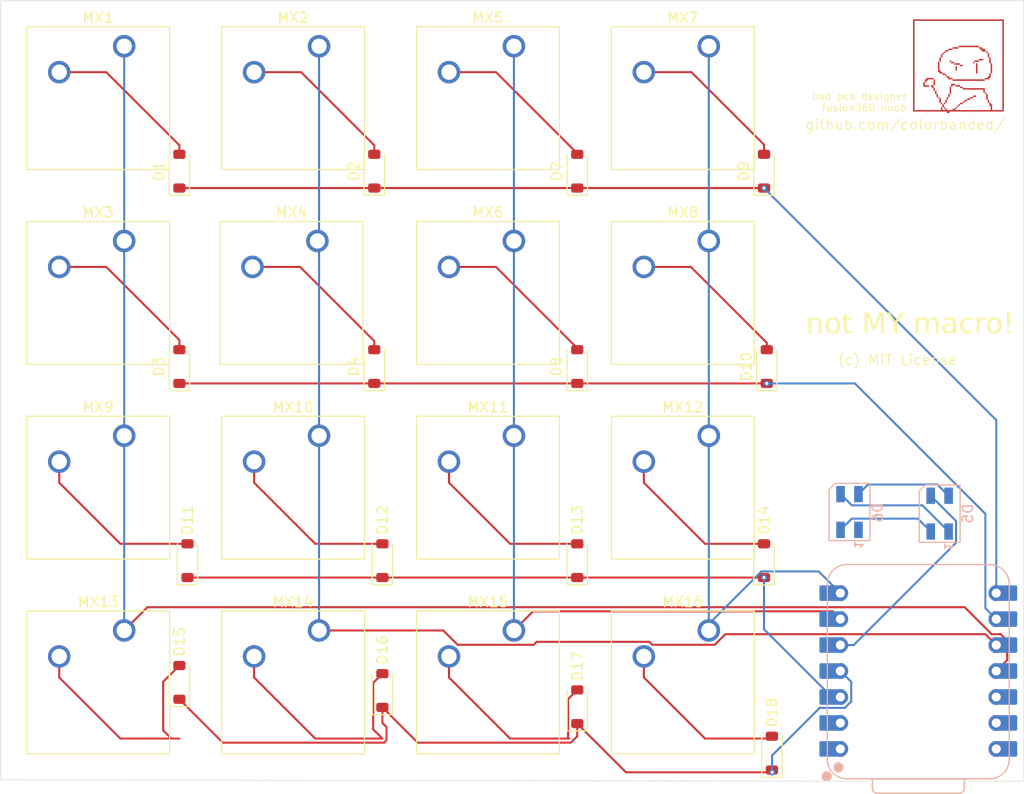
<source format=kicad_pcb>
(kicad_pcb (version 20241229) (generator "pcbnew") (generator_version "9.0")
  (layers (0 "F.Cu" signal) (2 "B.Cu" signal) (13 "F.Paste" user) (15 "B.Paste" user) (5 "F.SilkS" user "F.Silkscreen") (7 "B.SilkS" user "B.Silkscreen") (1 "F.Mask" user) (3 "B.Mask" user) (25 "Edge.Cuts" user))
  (net 0 "")
  (net 1 "GND")
  (net 2 "+5V")
  (net 3 "Net-(D1-A)")
  (net 4 "/ROW0")
  (net 5 "Net-(D2-A)")
  (net 6 "Net-(D3-A)")
  (net 7 "/ROW1")
  (net 8 "Net-(D4-A)")
  (net 9 "/COL0")
  (net 10 "/COL1")
  (net 11 "Net-(D5-VDD)")
  (net 12 "Net-(D5-DOUT)")
  (net 13 "Net-(D5-DIN)")
  (net 14 "Net-(D5-VSS)")
  (net 16 "Net-(D7-A)")
  (net 17 "Net-(D8-A)")
  (net 18 "Net-(D9-A)")
  (net 19 "Net-(D10-A)")
  (net 20 "/COL2")
  (net 21 "/COL3")
  (net 25 "Net-(D11-A)")
  (net 26 "/ROW2")
  (net 27 "Net-(D12-A)")
  (net 28 "Net-(D13-A)")
  (net 29 "Net-(D14-A)")
  (net 30 "/ROW3")
  (net 31 "Net-(D15-A)")
  (net 32 "Net-(D16-A)")
  (net 33 "Net-(D17-A)")
  (net 34 "Net-(D18-A)")
  (footprint "Button_Switch_Keyboard:SW_Cherry_MX_1.00u_PCB" (layer "F.Cu") (at 100.965 36.195)
    (property "Reference" "MX7")
    (property "Value" "MX-NoLED")
  )
  (footprint "Button_Switch_Keyboard:SW_Cherry_MX_1.00u_PCB" (layer "F.Cu") (at 81.915 93.345)
    (property "Reference" "MX15")
    (property "Value" "MX-NoLED")
  )
  (footprint "Diode_SMD:D_SOD-123" (layer "F.Cu") (at 88.10625 48.41875 90)
    (property "Reference" "D7")
    (property "Value" "D_Small")
  )
  (footprint "Button_Switch_Keyboard:SW_Cherry_MX_1.00u_PCB" (layer "F.Cu") (at 43.815 74.295)
    (property "Reference" "MX9")
    (property "Value" "MX-NoLED")
  )
  (footprint "Button_Switch_Keyboard:SW_Cherry_MX_1.00u_PCB" (layer "F.Cu") (at 81.915 36.195)
    (property "Reference" "MX5")
    (property "Value" "MX-NoLED")
  )
  (footprint "Diode_SMD:D_SOD-123" (layer "F.Cu") (at 69.05625 86.51875 90)
    (property "Reference" "D12")
    (property "Value" "D_Small")
  )
  (footprint "Diode_SMD:D_SOD-123" (layer "F.Cu") (at 107.13473 105.342442 90)
    (property "Reference" "D18")
    (property "Value" "D_Small")
  )
  (footprint "Diode_SMD:D_SOD-123" (layer "F.Cu") (at 49.2125 67.53125 90)
    (property "Reference" "D3")
    (property "Value" "D_Small")
  )
  (footprint "Diode_SMD:D_SOD-123" (layer "F.Cu") (at 88.10625 67.53125 90)
    (property "Reference" "D8")
    (property "Value" "D_Small")
  )
  (footprint "Diode_SMD:D_SOD-123" (layer "F.Cu") (at 106.63125 67.53125 90)
    (property "Reference" "D10")
    (property "Value" "D_Small")
  )
  (footprint "Button_Switch_Keyboard:SW_Cherry_MX_1.00u_PCB" (layer "F.Cu") (at 81.915 55.245)
    (property "Reference" "MX6")
    (property "Value" "MX-NoLED")
  )
  (footprint "Button_Switch_Keyboard:SW_Cherry_MX_1.00u_PCB" (layer "F.Cu") (at 43.815 55.245)
    (property "Reference" "MX3")
    (property "Value" "MX-NoLED")
  )
  (footprint "Button_Switch_Keyboard:SW_Cherry_MX_1.00u_PCB" (layer "F.Cu") (at 43.815 36.195)
    (property "Reference" "MX1")
    (property "Value" "MX-NoLED")
  )
  (footprint "Diode_SMD:D_SOD-123" (layer "F.Cu") (at 50.00625 86.51875 90)
    (property "Reference" "D11")
    (property "Value" "D_Small")
  )
  (footprint "Button_Switch_Keyboard:SW_Cherry_MX_1.00u_PCB" (layer "F.Cu") (at 62.70625 55.245)
    (property "Reference" "MX4")
    (property "Value" "MX-NoLED")
  )
  (footprint "Diode_SMD:D_SOD-123" (layer "F.Cu") (at 106.3625 48.41875 90)
    (property "Reference" "D9")
    (property "Value" "D_Small")
  )
  (footprint "Button_Switch_Keyboard:SW_Cherry_MX_1.00u_PCB" (layer "F.Cu") (at 62.865 36.195)
    (property "Reference" "MX2")
    (property "Value" "MX-NoLED")
  )
  (footprint "Button_Switch_Keyboard:SW_Cherry_MX_1.00u_PCB" (layer "F.Cu") (at 62.865 93.345)
    (property "Reference" "MX14")
    (property "Value" "MX-NoLED")
  )
  (footprint "Button_Switch_Keyboard:SW_Cherry_MX_1.00u_PCB" (layer "F.Cu") (at 81.915 74.295)
    (property "Reference" "MX11")
    (property "Value" "MX-NoLED")
  )
  (footprint "Diode_SMD:D_SOD-123" (layer "F.Cu") (at 49.2125 48.41875 90)
    (property "Reference" "D1")
    (property "Value" "D_Small")
  )
  (footprint "Button_Switch_Keyboard:SW_Cherry_MX_1.00u_PCB" (layer "F.Cu") (at 100.965 74.295)
    (property "Reference" "MX12")
    (property "Value" "MX-NoLED")
  )
  (footprint "Button_Switch_Keyboard:SW_Cherry_MX_1.00u_PCB" (layer "F.Cu") (at 100.965 55.245)
    (property "Reference" "MX8")
    (property "Value" "MX-NoLED")
  )
  (footprint "Diode_SMD:D_SOD-123" (layer "F.Cu") (at 68.2625 48.41875 90)
    (property "Reference" "D2")
    (property "Value" "D_Small")
  )
  (footprint "Diode_SMD:D_SOD-123" (layer "F.Cu") (at 49.2125 98.425 90)
    (property "Reference" "D15")
    (property "Value" "D_Small")
  )
  (footprint "Diode_SMD:D_SOD-123" (layer "F.Cu") (at 88.10625 86.51875 90)
    (property "Reference" "D13")
    (property "Value" "D_Small")
  )
  (footprint "Diode_SMD:D_SOD-123" (layer "F.Cu") (at 68.2625 67.53125 90)
    (property "Reference" "D4")
    (property "Value" "D_Small")
  )
  (footprint "Diode_SMD:D_SOD-123" (layer "F.Cu") (at 88.10625 100.80625 90)
    (property "Reference" "D17")
    (property "Value" "D_Small")
  )
  (footprint "Diode_SMD:D_SOD-123" (layer "F.Cu") (at 106.3625 86.51875 90)
    (property "Reference" "D14")
    (property "Value" "D_Small")
  )
  (footprint "LOGO" (layer "F.Cu") (at 125.4125 38.1)
    (property "Reference" "G***" (hide yes))
    (property "Value" "LOGO" (hide yes))
  )
  (footprint "Button_Switch_Keyboard:SW_Cherry_MX_1.00u_PCB" (layer "F.Cu") (at 43.815 93.345)
    (property "Reference" "MX13")
    (property "Value" "MX-NoLED")
  )
  (footprint "Button_Switch_Keyboard:SW_Cherry_MX_1.00u_PCB" (layer "F.Cu") (at 100.965 93.345)
    (property "Reference" "MX16")
    (property "Value" "MX-NoLED")
  )
  (footprint "Button_Switch_Keyboard:SW_Cherry_MX_1.00u_PCB" (layer "F.Cu") (at 62.865 74.295)
    (property "Reference" "MX10")
    (property "Value" "MX-NoLED")
  )
  (footprint "Diode_SMD:D_SOD-123" (layer "F.Cu") (at 69.05625 99.21875 90)
    (property "Reference" "D16")
    (property "Value" "D_Small")
  )
  (footprint "LED_SMD:LED_SK6812MINI_PLCC4_3.5x3.5mm_P1.75mm" (layer "B.Cu") (at 123.53125 81.91875 90)
    (property "Reference" "D5")
    (property "Value" "SK6812MINI")
  )
  (footprint "LED_SMD:LED_SK6812MINI_PLCC4_3.5x3.5mm_P1.75mm" (layer "B.Cu") (at 114.71875 81.75625 90)
    (property "Reference" "D6")
    (property "Value" "SK6812MINI")
  )
  (footprint "OPL:XIAO-RP2040-DIP" (layer "B.Cu") (at 121.44375 97.31375)
    (property "Reference" "U2" (hide yes))
    (property "Value" "XIAO-RP2040-DIP")
  )
  (gr_poly (pts (xy 31.75 31.75) (xy 31.75 107.95) (xy 116.516097 108.098312) (xy 116.792755 107.944296) (xy 126.036329 107.943169) (xy 126.461315 108.088272) (xy 131.7625 108.091809) (xy 131.7625 31.75)) (stroke (width 0.05)) (fill no) (layer "Edge.Cuts"))
  (gr_text "not MY macro!" (at 110.450856 64.617666 0) (layer "F.SilkS") (effects (font (size 2 2) (thickness 0.1)) (justify left bottom)))
  (gr_text "github.com/colorbanded/" (at 110.33125 44.45 0) (layer "F.SilkS") (effects (font (size 1 1) (thickness 0.1)) (justify left bottom)))
  (gr_text "bad pcb designer\nfusion360 noob\n" (at 120.363257 42.618748 0) (layer "F.SilkS") (effects (font (size 0.7 0.7) (thickness 0.0875)) (justify right bottom)))
  (gr_text "(c) MIT License" (at 113.50625 67.46875 0) (layer "F.SilkS") (effects (font (size 1 1) (thickness 0.1)) (justify left bottom)))
  (segment (start 42.059816 38.735) (end 49.2125 45.887684) (width 0.2) (layer "F.Cu") (net 3))
  (segment (start 37.465 38.735) (end 42.059816 38.735) (width 0.2) (layer "F.Cu") (net 3))
  (segment (start 49.2125 45.887684) (end 49.2125 46.76875) (width 0.2) (layer "F.Cu") (net 3))
  (segment (start 49.2125 50.06875) (end 106.3625 50.06875) (width 0.2) (layer "F.Cu") (net 4))
  (via (at 106.3625 50.06875) (size 0.6) (drill 0.3) (layers "F.Cu" "B.Cu") (net 4))
  (segment (start 129.06375 72.77) (end 129.06375 89.69375) (width 0.2) (layer "B.Cu") (net 4))
  (segment (start 106.3625 50.06875) (end 129.06375 72.77) (width 0.2) (layer "B.Cu") (net 4))
  (segment (start 56.515 38.735) (end 61.109816 38.735) (width 0.2) (layer "F.Cu") (net 5))
  (segment (start 61.109816 38.735) (end 68.2625 45.887684) (width 0.2) (layer "F.Cu") (net 5))
  (segment (start 68.2625 45.887684) (end 68.2625 46.76875) (width 0.2) (layer "F.Cu") (net 5))
  (segment (start 42.059816 57.785) (end 49.2125 64.937684) (width 0.2) (layer "F.Cu") (net 6))
  (segment (start 49.2125 64.937684) (end 49.2125 65.88125) (width 0.2) (layer "F.Cu") (net 6))
  (segment (start 37.465 57.785) (end 42.059816 57.785) (width 0.2) (layer "F.Cu") (net 6))
  (segment (start 49.2125 69.18125) (end 106.63125 69.18125) (width 0.2) (layer "F.Cu") (net 7))
  (via (at 106.63125 69.18125) (size 0.6) (drill 0.3) (layers "F.Cu" "B.Cu") (net 7))
  (segment (start 128.00075 91.17075) (end 129.06375 92.23375) (width 0.2) (layer "B.Cu") (net 7))
  (segment (start 128.00075 81.93625) (end 128.00075 91.17075) (width 0.2) (layer "B.Cu") (net 7))
  (segment (start 106.63125 69.18125) (end 115.24575 69.18125) (width 0.2) (layer "B.Cu") (net 7))
  (segment (start 115.24575 69.18125) (end 128.00075 81.93625) (width 0.2) (layer "B.Cu") (net 7))
  (segment (start 61.00778 57.785) (end 68.2625 65.03972) (width 0.2) (layer "F.Cu") (net 8))
  (segment (start 68.2625 65.03972) (end 68.2625 65.88125) (width 0.2) (layer "F.Cu") (net 8))
  (segment (start 56.35625 57.785) (end 61.00778 57.785) (width 0.2) (layer "F.Cu") (net 8))
  (segment (start 129.50406 93.71075) (end 128.62344 93.71075) (width 0.2) (layer "F.Cu") (net 9))
  (segment (start 129.06375 97.31375) (end 130.12675 96.25075) (width 0.2) (layer "F.Cu") (net 9))
  (segment (start 130.12675 94.33344) (end 129.50406 93.71075) (width 0.2) (layer "F.Cu") (net 9))
  (segment (start 125.983441 91.070751) (end 46.089249 91.070751) (width 0.2) (layer "F.Cu") (net 9))
  (segment (start 128.62344 93.71075) (end 125.983441 91.070751) (width 0.2) (layer "F.Cu") (net 9))
  (segment (start 130.12675 96.25075) (end 130.12675 94.33344) (width 0.2) (layer "F.Cu") (net 9))
  (segment (start 46.089249 91.070751) (end 43.815 93.345) (width 0.2) (layer "F.Cu") (net 9))
  (segment (start 43.815 93.345) (end 43.815 36.195) (width 0.2) (layer "B.Cu") (net 9))
  (segment (start 101.545314 94.746) (end 95.457314 94.746) (width 0.2) (layer "F.Cu") (net 10))
  (segment (start 129.06375 94.77375) (end 128.00075 93.71075) (width 0.2) (layer "F.Cu") (net 10))
  (segment (start 128.00075 93.71075) (end 102.580564 93.71075) (width 0.2) (layer "F.Cu") (net 10))
  (segment (start 95.457314 94.746) (end 95.167564 94.45625) (width 0.2) (layer "F.Cu") (net 10))
  (segment (start 84.1375 94.45625) (end 83.84775 94.746) (width 0.2) (layer "F.Cu") (net 10))
  (segment (start 76.407314 94.746) (end 75.006314 93.345) (width 0.2) (layer "F.Cu") (net 10))
  (segment (start 95.167564 94.45625) (end 84.1375 94.45625) (width 0.2) (layer "F.Cu") (net 10))
  (segment (start 102.580564 93.71075) (end 101.545314 94.746) (width 0.2) (layer "F.Cu") (net 10))
  (segment (start 75.006314 93.345) (end 62.865 93.345) (width 0.2) (layer "F.Cu") (net 10))
  (segment (start 83.84775 94.746) (end 76.407314 94.746) (width 0.2) (layer "F.Cu") (net 10))
  (segment (start 62.865 36.195) (end 62.865 93.345) (width 0.2) (layer "B.Cu") (net 10))
  (segment (start 123.30525 79.06775) (end 116.53225 79.06775) (width 0.2) (layer "B.Cu") (net 11))
  (segment (start 116.53225 79.06775) (end 115.59375 80.00625) (width 0.2) (layer "B.Cu") (net 11))
  (segment (start 124.40625 80.16875) (end 123.30525 79.06775) (width 0.2) (layer "B.Cu") (net 11))
  (segment (start 114.94475 81.10725) (end 121.84475 81.10725) (width 0.2) (layer "B.Cu") (net 12))
  (segment (start 121.84475 81.10725) (end 124.40625 83.66875) (width 0.2) (layer "B.Cu") (net 12))
  (segment (start 113.84375 80.00625) (end 114.94475 81.10725) (width 0.2) (layer "B.Cu") (net 12))
  (segment (start 122.65625 80.16875) (end 125.13225 82.64475) (width 0.2) (layer "B.Cu") (net 13))
  (segment (start 125.13225 82.64475) (end 125.13225 84.76975) (width 0.2) (layer "B.Cu") (net 13))
  (segment (start 115.12825 94.77375) (end 113.82375 94.77375) (width 0.2) (layer "B.Cu") (net 13))
  (segment (start 125.13225 84.76975) (end 115.12825 94.77375) (width 0.2) (layer "B.Cu") (net 13))
  (segment (start 121.39275 82.40525) (end 114.94475 82.40525) (width 0.2) (layer "B.Cu") (net 14))
  (segment (start 122.65625 83.66875) (end 121.39275 82.40525) (width 0.2) (layer "B.Cu") (net 14))
  (segment (start 114.94475 82.40525) (end 113.84375 83.50625) (width 0.2) (layer "B.Cu") (net 14))
  (segment (start 80.159816 38.735) (end 88.10625 46.681434) (width 0.2) (layer "F.Cu") (net 16))
  (segment (start 88.10625 46.681434) (end 88.10625 46.76875) (width 0.2) (layer "F.Cu") (net 16))
  (segment (start 75.565 38.735) (end 80.159816 38.735) (width 0.2) (layer "F.Cu") (net 16))
  (segment (start 88.10625 65.731434) (end 88.10625 65.88125) (width 0.2) (layer "F.Cu") (net 17))
  (segment (start 80.159816 57.785) (end 88.10625 65.731434) (width 0.2) (layer "F.Cu") (net 17))
  (segment (start 75.565 57.785) (end 80.159816 57.785) (width 0.2) (layer "F.Cu") (net 17))
  (segment (start 94.615 38.735) (end 99.26653 38.735) (width 0.2) (layer "F.Cu") (net 18))
  (segment (start 99.26653 38.735) (end 106.3625 45.83097) (width 0.2) (layer "F.Cu") (net 18))
  (segment (start 106.3625 45.83097) (end 106.3625 46.76875) (width 0.2) (layer "F.Cu") (net 18))
  (segment (start 94.615 57.785) (end 99.209816 57.785) (width 0.2) (layer "F.Cu") (net 19))
  (segment (start 99.209816 57.785) (end 106.63125 65.206434) (width 0.2) (layer "F.Cu") (net 19))
  (segment (start 106.63125 65.206434) (end 106.63125 65.88125) (width 0.2) (layer "F.Cu") (net 19))
  (segment (start 113.061751 91.471751) (end 83.788249 91.471751) (width 0.2) (layer "F.Cu") (net 20))
  (segment (start 113.82375 92.23375) (end 113.061751 91.471751) (width 0.2) (layer "F.Cu") (net 20))
  (segment (start 83.788249 91.471751) (end 81.915 93.345) (width 0.2) (layer "F.Cu") (net 20))
  (segment (start 81.915 36.195) (end 81.915 93.345) (width 0.2) (layer "B.Cu") (net 20))
  (segment (start 106.113557 87.56775) (end 100.965 92.716307) (width 0.2) (layer "B.Cu") (net 21))
  (segment (start 113.82375 89.69375) (end 111.69775 87.56775) (width 0.2) (layer "B.Cu") (net 21))
  (segment (start 100.965 92.716307) (end 100.965 93.345) (width 0.2) (layer "B.Cu") (net 21))
  (segment (start 111.69775 87.56775) (end 106.113557 87.56775) (width 0.2) (layer "B.Cu") (net 21))
  (segment (start 100.965 36.195) (end 100.965 93.345) (width 0.2) (layer "B.Cu") (net 21))
  (segment (start 43.443934 84.86875) (end 50.00625 84.86875) (width 0.2) (layer "F.Cu") (net 25))
  (segment (start 37.465 76.835) (end 37.465 78.889816) (width 0.2) (layer "F.Cu") (net 25))
  (segment (start 37.465 78.889816) (end 43.443934 84.86875) (width 0.2) (layer "F.Cu") (net 25))
  (segment (start 50.00625 88.16875) (end 106.3625 88.16875) (width 0.2) (layer "F.Cu") (net 26))
  (via (at 106.3625 88.16875) (size 0.6) (drill 0.3) (layers "F.Cu" "B.Cu") (net 26))
  (segment (start 106.3625 88.16875) (end 106.3625 93.2275) (width 0.2) (layer "B.Cu") (net 26))
  (segment (start 112.98875 99.85375) (end 113.82375 99.85375) (width 0.2) (layer "B.Cu") (net 26))
  (segment (start 106.3625 93.2275) (end 112.98875 99.85375) (width 0.2) (layer "B.Cu") (net 26))
  (segment (start 56.515 78.889816) (end 62.493934 84.86875) (width 0.2) (layer "F.Cu") (net 27))
  (segment (start 56.515 76.835) (end 56.515 78.889816) (width 0.2) (layer "F.Cu") (net 27))
  (segment (start 62.493934 84.86875) (end 69.05625 84.86875) (width 0.2) (layer "F.Cu") (net 27))
  (segment (start 81.543934 84.86875) (end 88.10625 84.86875) (width 0.2) (layer "F.Cu") (net 28))
  (segment (start 75.565 78.889816) (end 81.543934 84.86875) (width 0.2) (layer "F.Cu") (net 28))
  (segment (start 75.565 76.835) (end 75.565 78.889816) (width 0.2) (layer "F.Cu") (net 28))
  (segment (start 94.615 78.889816) (end 100.593934 84.86875) (width 0.2) (layer "F.Cu") (net 29))
  (segment (start 100.593934 84.86875) (end 106.3625 84.86875) (width 0.2) (layer "F.Cu") (net 29))
  (segment (start 94.615 76.835) (end 94.615 78.889816) (width 0.2) (layer "F.Cu") (net 29))
  (segment (start 49.6135 100.476) (end 53.45725 104.31975) (width 0.2) (layer "F.Cu") (net 30))
  (segment (start 69.05625 100.86875) (end 72.50725 104.31975) (width 0.2) (layer "F.Cu") (net 30))
  (segment (start 72.50725 104.31975) (end 87.4786 104.31975) (width 0.2) (layer "F.Cu") (net 30))
  (segment (start 69.45725 104.08485) (end 69.45725 102.79475) (width 0.2) (layer "F.Cu") (net 30))
  (segment (start 88.10625 102.45625) (end 92.86875 107.21875) (width 0.2) (layer "F.Cu") (net 30))
  (segment (start 69.22235 104.31975) (end 69.45725 104.08485) (width 0.2) (layer "F.Cu") (net 30))
  (segment (start 53.45725 104.31975) (end 69.22235 104.31975) (width 0.2) (layer "F.Cu") (net 30))
  (segment (start 49.6135 100.476) (end 49.2125 100.075) (width 0.2) (layer "F.Cu") (net 30))
  (segment (start 87.4786 104.31975) (end 88.10625 103.6921) (width 0.2) (layer "F.Cu") (net 30))
  (segment (start 69.05625 102.39375) (end 69.05625 100.86875) (width 0.2) (layer "F.Cu") (net 30))
  (segment (start 69.45725 102.79475) (end 69.05625 102.39375) (width 0.2) (layer "F.Cu") (net 30))
  (segment (start 92.86875 107.21875) (end 107.15625 107.21875) (width 0.2) (layer "F.Cu") (net 30))
  (segment (start 88.10625 103.6921) (end 88.10625 102.45625) (width 0.2) (layer "F.Cu") (net 30))
  (via (at 107.15625 107.21875) (size 0.6) (drill 0.3) (layers "F.Cu" "B.Cu") (net 30))
  (segment (start 114.88675 100.29406) (end 114.88675 98.37675) (width 0.2) (layer "B.Cu") (net 30))
  (segment (start 107.15625 105.56875) (end 111.80825 100.91675) (width 0.2) (layer "B.Cu") (net 30))
  (segment (start 107.15625 107.21875) (end 107.15625 105.56875) (width 0.2) (layer "B.Cu") (net 30))
  (segment (start 114.88675 98.37675) (end 113.82375 97.31375) (width 0.2) (layer "B.Cu") (net 30))
  (segment (start 111.80825 100.91675) (end 114.26406 100.91675) (width 0.2) (layer "B.Cu") (net 30))
  (segment (start 114.26406 100.91675) (end 114.88675 100.29406) (width 0.2) (layer "B.Cu") (net 30))
  (segment (start 43.443934 103.91875) (end 48.41875 103.91875) (width 0.2) (layer "F.Cu") (net 31))
  (segment (start 48.41875 103.91875) (end 49.2125 103.91875) (width 0.2) (layer "F.Cu") (net 31))
  (segment (start 48.41875 103.91875) (end 47.625 103.125) (width 0.2) (layer "F.Cu") (net 31))
  (segment (start 47.625 98.3625) (end 49.2125 96.775) (width 0.2) (layer "F.Cu") (net 31))
  (segment (start 37.465 97.939816) (end 43.443934 103.91875) (width 0.2) (layer "F.Cu") (net 31))
  (segment (start 37.465 95.885) (end 37.465 97.939816) (width 0.2) (layer "F.Cu") (net 31))
  (segment (start 47.625 103.125) (end 47.625 98.3625) (width 0.2) (layer "F.Cu") (net 31))
  (segment (start 68.15525 103.01775) (end 68.15525 98.46975) (width 0.2) (layer "F.Cu") (net 32))
  (segment (start 62.493934 103.91875) (end 69.05625 103.91875) (width 0.2) (layer "F.Cu") (net 32))
  (segment (start 68.15525 98.46975) (end 69.05625 97.56875) (width 0.2) (layer "F.Cu") (net 32))
  (segment (start 56.515 95.885) (end 56.515 97.939816) (width 0.2) (layer "F.Cu") (net 32))
  (segment (start 56.515 97.939816) (end 62.493934 103.91875) (width 0.2) (layer "F.Cu") (net 32))
  (segment (start 69.05625 103.91875) (end 68.15525 103.01775) (width 0.2) (layer "F.Cu") (net 32))
  (segment (start 87.20525 103.8115) (end 87.20525 100.05725) (width 0.2) (layer "F.Cu") (net 33))
  (segment (start 75.565 95.885) (end 75.565 97.939816) (width 0.2) (layer "F.Cu") (net 33))
  (segment (start 81.543934 103.91875) (end 87.3125 103.91875) (width 0.2) (layer "F.Cu") (net 33))
  (segment (start 75.565 97.939816) (end 81.543934 103.91875) (width 0.2) (layer "F.Cu") (net 33))
  (segment (start 87.20525 100.05725) (end 88.10625 99.15625) (width 0.2) (layer "F.Cu") (net 33))
  (segment (start 87.3125 103.91875) (end 87.20525 103.8115) (width 0.2) (layer "F.Cu") (net 33))
  (segment (start 94.615 95.885) (end 94.615 97.939816) (width 0.2) (layer "F.Cu") (net 34))
  (segment (start 100.593934 103.91875) (end 107.15625 103.91875) (width 0.2) (layer "F.Cu") (net 34))
  (segment (start 94.615 97.939816) (end 100.593934 103.91875) (width 0.2) (layer "F.Cu") (net 34))
)
</source>
